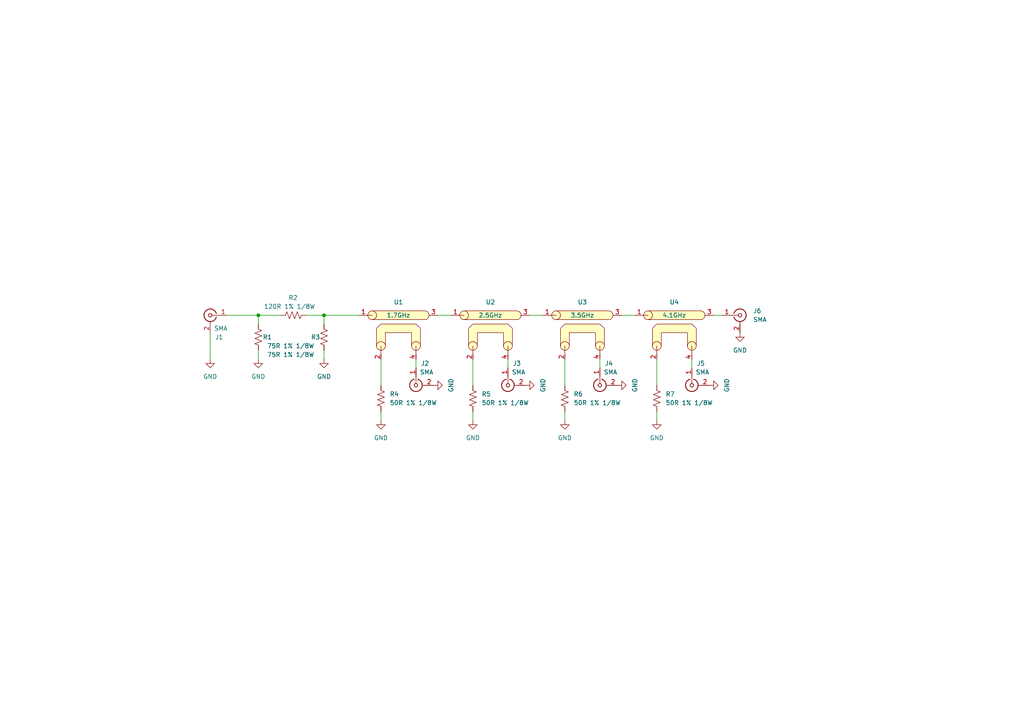
<source format=kicad_sch>
(kicad_sch (version 20230121) (generator eeschema)
  (paper "A4")
  (title_block (title "Combinador de 5 Bandas") (date "2023-10-01") (rev "1") (company "Universidad Tecnológica Nacional"))
  (lib_symbols
    (symbol "Connector:Conn_Coaxial" (pin_names (offset 1.016) hide)
      (property "Reference" "J" (at 0.254 3.048 0))
      (property "Value" "Conn_Coaxial" (at 2.921 0 90))
      (symbol "Conn_Coaxial_0_1"
        (arc (start -1.778 -0.508) (mid 0.2311 -1.8066) (end 1.778 0) (stroke (width 0.254)))
        (polyline (pts (xy -2.54 0) (xy -0.508 0)))
        (polyline (pts (xy 0 -2.54) (xy 0 -1.778)))
        (circle (center 0 0) (radius 0.508) (stroke (width 0.2032)))
        (arc (start 1.778 0) (mid 0.2099 1.8101) (end -1.778 0.508) (stroke (width 0.254)))
      )
      (symbol "Conn_Coaxial_1_1"
        (pin passive line (at -5.08 0 0) (length 2.54) (name "In") (number "1"))
        (pin passive line (at 0 -5.08 90) (length 2.54) (name "Ext") (number "2"))
      )
    )
    (symbol "Device:R_US" (pin_numbers hide) (pin_names (offset 0))
      (property "Reference" "R" (at 2.54 0 90))
      (property "Value" "R_US" (at -2.54 0 90))
      (symbol "R_US_0_1"
        (polyline (pts (xy 0 -2.286) (xy 0 -2.54)))
        (polyline (pts (xy 0 2.286) (xy 0 2.54)))
        (polyline (pts (xy 0 -0.762) (xy 1.016 -1.143) (xy 0 -1.524) (xy -1.016 -1.905) (xy 0 -2.286)))
        (polyline (pts (xy 0 0.762) (xy 1.016 0.381) (xy 0 0) (xy -1.016 -0.381) (xy 0 -0.762)))
        (polyline (pts (xy 0 2.286) (xy 1.016 1.905) (xy 0 1.524) (xy -1.016 1.143) (xy 0 0.762)))
      )
      (symbol "R_US_1_1"
        (pin passive line (at 0 3.81 270) (length 1.27) (name "~") (number "1"))
        (pin passive line (at 0 -3.81 90) (length 1.27) (name "~") (number "2"))
      )
    )
    (symbol "power:GND" (power) (pin_names (offset 0))
      (property "Value" "GND" (at 0 -3.81 0))
      (symbol "GND_0_1"
        (polyline (pts (xy 0 0) (xy 0 -1.27) (xy 1.27 -1.27) (xy 0 -2.54) (xy -1.27 -1.27) (xy 0 -1.27)))
      )
      (symbol "GND_1_1"
        (pin power_in line (at 0 0 270) (length 0) hide (name "GND") (number "1"))
      )
    )
    (symbol "project_symbol_lib:Combiner"
      (property "Reference" "U" (at -1.27 5.08 0))
      (symbol "Combiner_0_1"
        (circle (center -7.62 0) (radius 1.27))
        (circle (center -7.62 0) (radius 1.27) (stroke (width -0.0001)) (fill (type background)))
        (rectangle (start -7.62 1.27) (end 7.62 -1.27) (stroke (width -0.0001)) (fill (type background)))
        (rectangle (start -6.35 -3.81) (end -3.81 -8.89) (stroke (width -0.0001)) (fill (type background)))
        (circle (center -5.08 -8.89) (radius 1.27))
        (circle (center -5.08 -8.89) (radius 1.27) (stroke (width -0.0001)) (fill (type background)))
        (rectangle (start -5.08 -2.54) (end 5.08 -5.08) (stroke (width -0.0001)) (fill (type background)))
        (polyline (pts (xy -7.62 0) (xy -8.89 0)))
        (polyline (pts (xy -7.62 1.27) (xy 7.62 1.27)))
        (polyline (pts (xy -5.08 -8.89) (xy -5.08 -11.43)))
        (polyline (pts (xy 3.81 -5.08) (xy 3.81 -5.08)))
        (polyline (pts (xy 5.08 -8.89) (xy 5.08 -11.43)))
        (polyline (pts (xy 6.35 -1.27) (xy 6.35 -1.27)))
        (polyline (pts (xy 7.62 -1.27) (xy -7.62 -1.27)))
        (polyline (pts (xy -3.81 -8.89) (xy -3.81 -5.08) (xy 3.81 -5.08) (xy 3.81 -8.89)))
        (polyline (pts (xy 6.35 -8.89) (xy 6.35 -3.81) (xy 5.08 -2.54) (xy -5.08 -2.54) (xy -6.35 -3.81) (xy -6.35 -7.62) (xy -6.35 -8.89)))
        (rectangle (start 3.81 -3.81) (end 6.35 -8.89) (stroke (width -0.0001)) (fill (type background)))
        (circle (center 5.08 -8.89) (radius 1.27))
        (circle (center 5.08 -8.89) (radius 1.27) (stroke (width -0.0001)) (fill (type background)))
        (circle (center 7.62 0) (radius 1.27) (stroke (width -0.0001)) (fill (type background)))
        (arc (start 7.6876 -1.27) (mid 8.8918 0) (end 7.6876 1.27))
      )
      (symbol "Combiner_1_1"
        (pin passive line (at -11.43 0 0) (length 2.54) (name "") (number "1"))
        (pin passive line (at -5.08 -12.7 90) (length 1.27) (name "") (number "2"))
        (pin passive line (at 11.43 0 180) (length 2.54) (name "") (number "3"))
        (pin passive line (at 5.08 -12.7 90) (length 1.27) (name "") (number "4"))
      )
    )
  )
  (junction (at 93.98 91.44))
  (junction (at 74.93 91.44))
  (wire (pts (xy 173.99 104.14) (xy 173.99 106.68)))
  (wire (pts (xy 93.98 91.44) (xy 104.14 91.44)))
  (wire (pts (xy 200.66 104.14) (xy 200.66 106.68)))
  (wire (pts (xy 110.49 104.14) (xy 110.49 111.76)))
  (wire (pts (xy 137.16 104.14) (xy 137.16 111.76)))
  (wire (pts (xy 163.83 104.14) (xy 163.83 111.76)))
  (wire (pts (xy 74.93 101.6) (xy 74.93 104.14)))
  (wire (pts (xy 147.32 104.14) (xy 147.32 106.68)))
  (wire (pts (xy 60.96 104.14) (xy 60.96 96.52)))
  (wire (pts (xy 74.93 93.98) (xy 74.93 91.44)))
  (wire (pts (xy 74.93 91.44) (xy 81.28 91.44)))
  (wire (pts (xy 66.04 91.44) (xy 74.93 91.44)))
  (wire (pts (xy 93.98 101.6) (xy 93.98 104.14)))
  (wire (pts (xy 127 91.44) (xy 130.81 91.44)))
  (wire (pts (xy 190.5 104.14) (xy 190.5 111.76)))
  (wire (pts (xy 190.5 119.38) (xy 190.5 121.92)))
  (wire (pts (xy 93.98 91.44) (xy 93.98 93.98)))
  (wire (pts (xy 180.34 91.44) (xy 184.15 91.44)))
  (wire (pts (xy 137.16 119.38) (xy 137.16 121.92)))
  (wire (pts (xy 110.49 119.38) (xy 110.49 121.92)))
  (wire (pts (xy 163.83 119.38) (xy 163.83 121.92)))
  (wire (pts (xy 153.67 91.44) (xy 157.48 91.44)))
  (wire (pts (xy 120.65 104.14) (xy 120.65 106.68)))
  (wire (pts (xy 88.9 91.44) (xy 93.98 91.44)))
  (wire (pts (xy 207.01 91.44) (xy 209.55 91.44)))
  (symbol (lib_id "Connector:Conn_Coaxial") (at 214.63 91.44 0) (unit 1)
    (property "Reference" "J6" (at 218.44 90.17 0) (effects (justify left)))
    (property "Value" "SMA" (at 218.44 92.71 0) (effects (justify left)))
    (property "Footprint" "footprint_project_library:SMA" (effects hide))
    (property "Datasheet" " ~" (effects hide))
  )
  (symbol (lib_id "Device:R_US") (at 110.49 115.57 0) (unit 1)
    (property "Reference" "R4" (at 113.03 114.3 0) (effects (justify left)))
    (property "Value" "50R 1% 1/8W" (at 113.03 116.84 0) (effects (justify left)))
    (property "Footprint" "Resistor_SMD:R_0603_1608Metric" (effects hide))
  )
  (symbol (lib_id "Device:R_US") (at 137.16 115.57 0) (unit 1)
    (property "Reference" "R5" (at 139.7 114.3 0) (effects (justify left)))
    (property "Value" "50R 1% 1/8W" (at 139.7 116.84 0) (effects (justify left)))
    (property "Footprint" "Resistor_SMD:R_0603_1608Metric" (effects hide))
  )
  (symbol (lib_id "power:GND") (at 163.83 121.92 0) (mirror y) (unit 1)
    (property "Reference" "#PWR08" (effects hide))
    (property "Value" "GND" (at 163.83 127 0))
  )
  (symbol (lib_id "power:GND") (at 190.5 121.92 0) (mirror y) (unit 1)
    (property "Reference" "#PWR010" (effects hide))
    (property "Value" "GND" (at 190.5 127 0))
  )
  (symbol (lib_id "power:GND") (at 137.16 121.92 0) (mirror y) (unit 1)
    (property "Reference" "#PWR06" (effects hide))
    (property "Value" "GND" (at 137.16 127 0))
  )
  (symbol (lib_id "project_symbol_lib:Combiner") (at 168.91 91.44 0) (unit 1)
    (property "Reference" "U3" (at 168.9109 87.63 0))
    (property "Value" "3.5GHz" (at 168.91 91.44 0))
    (property "Footprint" "footprint_project_library:comb_3.5GHz" (effects hide))
  )
  (symbol (lib_id "Device:R_US") (at 74.93 97.79 0) (unit 1)
    (property "Reference" "R1" (at 76.2 97.79 0) (effects (justify left)))
    (property "Value" "75R 1% 1/8W" (at 77.47 100.33 0) (effects (justify left)))
    (property "Footprint" "Resistor_SMD:R_0603_1608Metric" (effects hide))
  )
  (symbol (lib_id "power:GND") (at 74.93 104.14 0) (mirror y) (unit 1)
    (property "Reference" "#PWR02" (effects hide))
    (property "Value" "GND" (at 74.93 109.22 0))
  )
  (symbol (lib_id "power:GND") (at 60.96 104.14 0) (mirror y) (unit 1)
    (property "Reference" "#PWR01" (effects hide))
    (property "Value" "GND" (at 60.96 109.22 0))
  )
  (symbol (lib_id "project_symbol_lib:Combiner") (at 195.58 91.44 0) (unit 1)
    (property "Reference" "U4" (at 195.5809 87.63 0))
    (property "Value" "4.1GHz" (at 195.58 91.44 0))
    (property "Footprint" "footprint_project_library:comb_4.1GHz" (effects hide))
  )
  (symbol (lib_id "project_symbol_lib:Combiner") (at 115.57 91.44 0) (unit 1)
    (property "Reference" "U1" (at 115.5709 87.63 0))
    (property "Value" "1.7GHz" (at 115.57 91.44 0))
    (property "Footprint" "footprint_project_library:comb_1.7GHz" (effects hide))
  )
  (symbol (lib_id "Connector:Conn_Coaxial") (at 173.99 111.76 90) (mirror x) (unit 1)
    (property "Reference" "J4" (at 177.8 105.41 90) (effects (justify left)))
    (property "Value" "SMA" (at 179.07 107.95 90) (effects (justify left)))
    (property "Footprint" "footprint_project_library:SMA" (effects hide))
    (property "Datasheet" " ~" (effects hide))
  )
  (symbol (lib_id "power:GND") (at 205.74 111.76 90) (mirror x) (unit 1)
    (property "Reference" "#PWR011" (effects hide))
    (property "Value" "GND" (at 210.82 111.76 0))
  )
  (symbol (lib_id "power:GND") (at 110.49 121.92 0) (mirror y) (unit 1)
    (property "Reference" "#PWR04" (effects hide))
    (property "Value" "GND" (at 110.49 127 0))
  )
  (symbol (lib_id "project_symbol_lib:Combiner") (at 142.24 91.44 0) (unit 1)
    (property "Reference" "U2" (at 142.2409 87.63 0))
    (property "Value" "2.5GHz" (at 142.24 91.44 0))
    (property "Footprint" "footprint_project_library:comb_2.5GHz" (effects hide))
  )
  (symbol (lib_id "Device:R_US") (at 163.83 115.57 0) (unit 1)
    (property "Reference" "R6" (at 166.37 114.3 0) (effects (justify left)))
    (property "Value" "50R 1% 1/8W" (at 166.37 116.84 0) (effects (justify left)))
    (property "Footprint" "Resistor_SMD:R_0603_1608Metric" (effects hide))
  )
  (symbol (lib_id "power:GND") (at 93.98 104.14 0) (mirror y) (unit 1)
    (property "Reference" "#PWR03" (effects hide))
    (property "Value" "GND" (at 93.98 109.22 0))
  )
  (symbol (lib_id "Device:R_US") (at 93.98 97.79 0) (unit 1)
    (property "Reference" "R3" (at 90.17 97.79 0) (effects (justify left)))
    (property "Value" "75R 1% 1/8W" (at 77.47 102.87 0) (effects (justify left)))
    (property "Footprint" "Resistor_SMD:R_0603_1608Metric" (effects hide))
  )
  (symbol (lib_id "power:GND") (at 179.07 111.76 90) (mirror x) (unit 1)
    (property "Reference" "#PWR09" (effects hide))
    (property "Value" "GND" (at 184.15 111.76 0))
  )
  (symbol (lib_id "Connector:Conn_Coaxial") (at 147.32 111.76 90) (mirror x) (unit 1)
    (property "Reference" "J3" (at 151.13 105.41 90) (effects (justify left)))
    (property "Value" "SMA" (at 152.4 107.95 90) (effects (justify left)))
    (property "Footprint" "footprint_project_library:SMA" (effects hide))
    (property "Datasheet" " ~" (effects hide))
  )
  (symbol (lib_id "Device:R_US") (at 85.09 91.44 90) (unit 1)
    (property "Reference" "R2" (at 86.36 86.36 90) (effects (justify left)))
    (property "Value" "120R 1% 1/8W" (at 91.44 88.9 90) (effects (justify left)))
    (property "Footprint" "Resistor_SMD:R_0603_1608Metric" (effects hide))
  )
  (symbol (lib_id "Connector:Conn_Coaxial") (at 120.65 111.76 90) (mirror x) (unit 1)
    (property "Reference" "J2" (at 124.46 105.41 90) (effects (justify left)))
    (property "Value" "SMA" (at 125.73 107.95 90) (effects (justify left)))
    (property "Footprint" "footprint_project_library:SMA" (effects hide))
    (property "Datasheet" " ~" (effects hide))
  )
  (symbol (lib_id "Connector:Conn_Coaxial") (at 60.96 91.44 0) (mirror y) (unit 1)
    (property "Reference" "J1" (at 64.77 97.79 0) (effects (justify left)))
    (property "Value" "SMA" (at 66.04 95.25 0) (effects (justify left)))
    (property "Footprint" "footprint_project_library:SMA" (effects hide))
    (property "Datasheet" " ~" (effects hide))
  )
  (symbol (lib_id "power:GND") (at 214.63 96.52 0) (mirror y) (unit 1)
    (property "Reference" "#PWR012" (effects hide))
    (property "Value" "GND" (at 214.63 101.6 0))
  )
  (symbol (lib_id "power:GND") (at 152.4 111.76 90) (mirror x) (unit 1)
    (property "Reference" "#PWR07" (effects hide))
    (property "Value" "GND" (at 157.48 111.76 0))
  )
  (symbol (lib_id "Device:R_US") (at 190.5 115.57 0) (unit 1)
    (property "Reference" "R7" (at 193.04 114.3 0) (effects (justify left)))
    (property "Value" "50R 1% 1/8W" (at 193.04 116.84 0) (effects (justify left)))
    (property "Footprint" "Resistor_SMD:R_0603_1608Metric" (effects hide))
  )
  (symbol (lib_id "power:GND") (at 125.73 111.76 90) (mirror x) (unit 1)
    (property "Reference" "#PWR05" (effects hide))
    (property "Value" "GND" (at 130.81 111.76 0))
  )
  (symbol (lib_id "Connector:Conn_Coaxial") (at 200.66 111.76 90) (mirror x) (unit 1)
    (property "Reference" "J5" (at 204.47 105.41 90) (effects (justify left)))
    (property "Value" "SMA" (at 205.74 107.95 90) (effects (justify left)))
    (property "Footprint" "footprint_project_library:SMA" (effects hide))
    (property "Datasheet" " ~" (effects hide))
  )
)
</source>
